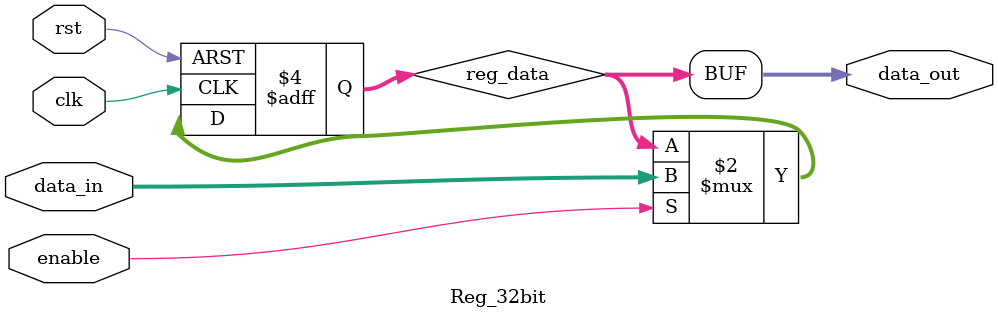
<source format=v>
module Reg_32bit (
    input wire clk,      // Clock input
    input wire rst,      // Reset input
    input wire enable,   // Enable input
    input wire [31:0] data_in,  // Data input
    output wire [31:0] data_out // Data output
);

  reg [31:0] reg_data; // 32-bit register

  always @(posedge clk or posedge rst) begin
    if (rst) begin
      reg_data <= 32'h0; // Reset the register to 0
    end else if (enable) begin
      reg_data <= data_in; // Load data into the register when enabled
    end
  end

  assign data_out = reg_data; // Output data is the content of the register

endmodule

</source>
